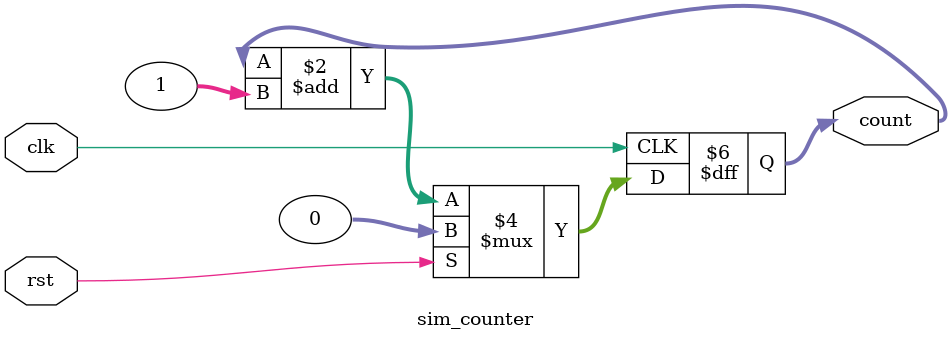
<source format=v>

module sim_counter (clk,rst,count);
input clk, rst;
output reg [31:0] count;
always@ (posedge clk)
begin
if(rst)
count=32'b0;
else
count=count +1;
end
endmodule

</source>
